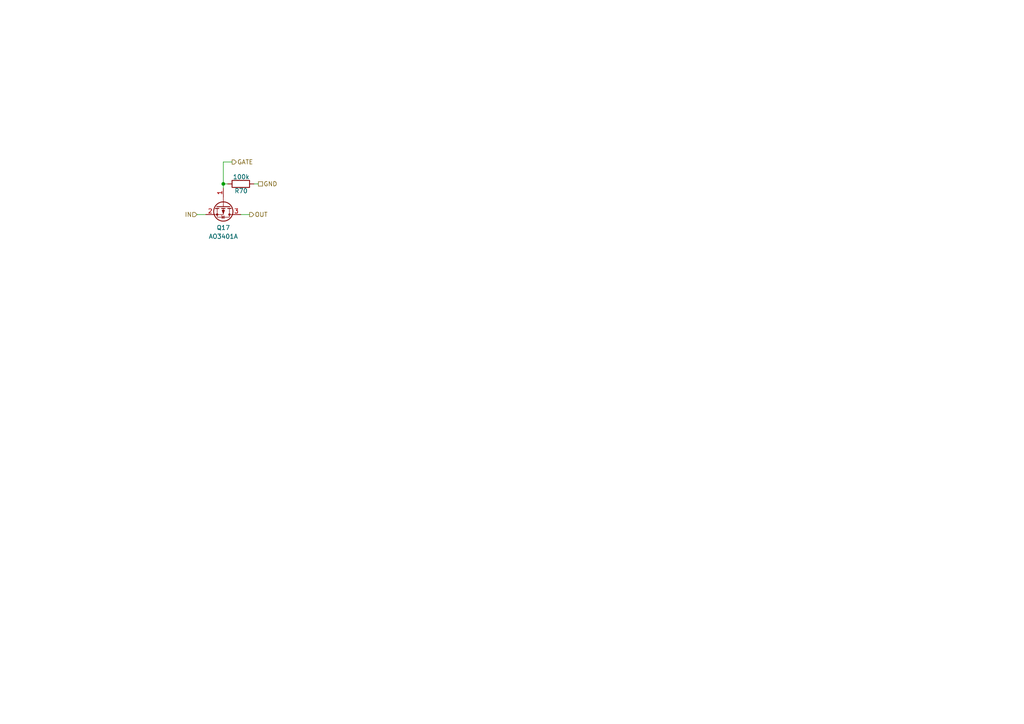
<source format=kicad_sch>
(kicad_sch (version 20250114) (generator "eeschema") (generator_version "9.0")
  (paper "A4")
  (lib_symbols
    (symbol "Device:R" (pin_numbers (hide yes)) (pin_names (offset 0))
      (property "Reference" "R" (at 2.032 0 90))
      (property "Value" "R" (at 0 0 90))
      (symbol "R_0_1"
        (rectangle (start -1.016 -2.54) (end 1.016 2.54) (stroke (width 0.254)))
      )
      (symbol "R_1_1"
        (pin passive line (at 0 3.81 270) (length 1.27) (name "~") (number "1"))
        (pin passive line (at 0 -3.81 90) (length 1.27) (name "~") (number "2"))
      )
    )
    (symbol "Transistor_FET:AO3401A" (pin_names (hide yes))
      (property "Reference" "Q" (at 5.08 1.905 0))
      (property "Value" "AO3401A" (at 5.08 0 0))
      (symbol "AO3401A_0_1"
        (polyline (pts (xy 0.254 1.905) (xy 0.254 -1.905)) (stroke (width 0.254)))
        (polyline (pts (xy 0.254 0) (xy -2.54 0)))
        (polyline (pts (xy 0.762 2.286) (xy 0.762 1.27)) (stroke (width 0.254)))
        (polyline (pts (xy 0.762 1.778) (xy 3.302 1.778) (xy 3.302 -1.778) (xy 0.762 -1.778)))
        (polyline (pts (xy 0.762 0.508) (xy 0.762 -0.508)) (stroke (width 0.254)))
        (polyline (pts (xy 0.762 -1.27) (xy 0.762 -2.286)) (stroke (width 0.254)))
        (circle (center 1.651 0) (radius 2.794) (stroke (width 0.254)))
        (polyline (pts (xy 2.286 0) (xy 1.27 0.381) (xy 1.27 -0.381) (xy 2.286 0)) (fill (type outline)))
        (polyline (pts (xy 2.54 2.54) (xy 2.54 1.778)))
        (circle (center 2.54 1.778) (radius 0.254) (fill (type outline)))
        (circle (center 2.54 -1.778) (radius 0.254) (fill (type outline)))
        (polyline (pts (xy 2.54 -2.54) (xy 2.54 0) (xy 0.762 0)))
        (polyline (pts (xy 2.794 -0.508) (xy 2.921 -0.381) (xy 3.683 -0.381) (xy 3.81 -0.254)))
        (polyline (pts (xy 3.302 -0.381) (xy 2.921 0.254) (xy 3.683 0.254) (xy 3.302 -0.381)))
      )
      (symbol "AO3401A_1_1"
        (pin input line (at -5.08 0 0) (length 2.54) (name "G") (number "1"))
        (pin passive line (at 2.54 5.08 270) (length 2.54) (name "D") (number "3"))
        (pin passive line (at 2.54 -5.08 90) (length 2.54) (name "S") (number "2"))
      )
    )
  )
  (junction (at 64.77 53.34))
  (wire (pts (xy 64.77 53.34) (xy 64.77 54.61)))
  (wire (pts (xy 64.77 46.99) (xy 64.77 53.34)))
  (wire (pts (xy 69.85 62.23) (xy 72.39 62.23)))
  (wire (pts (xy 73.66 53.34) (xy 74.93 53.34)))
  (wire (pts (xy 64.77 46.99) (xy 67.31 46.99)))
  (wire (pts (xy 57.15 62.23) (xy 59.69 62.23)))
  (wire (pts (xy 66.04 53.34) (xy 64.77 53.34)))
  (hierarchical_label "IN" (shape input) (at 57.15 62.23 180))
  (hierarchical_label "GATE" (shape output) (at 67.31 46.99 0))
  (hierarchical_label "GND" (shape passive) (at 74.93 53.34 0))
  (hierarchical_label "OUT" (shape output) (at 72.39 62.23 0))
  (symbol (lib_id "Device:R") (at 69.85 53.34 90) (unit 1)
    (property "Reference" "R63" (at 71.882 55.372 90) (effects (justify left)))
    (property "Value" "100k" (at 72.39 51.308 90) (effects (justify left)))
    (property "Footprint" "Resistor_SMD:R_0603_1608Metric" (effects (hide yes)))
    (property "Description" "Resistor" (effects (hide yes)))
    (instances (project "batak" (path "" (reference "R70") (unit 1)) (path "" (reference "R63") (unit 1))))
  )
  (symbol (lib_id "Transistor_FET:AO3401A") (at 64.77 59.69 270) (unit 1)
    (property "Reference" "Q14" (at 64.77 66.04 90))
    (property "Value" "AO3401A" (at 64.77 68.58 90))
    (property "Footprint" "Package_TO_SOT_SMD:SOT-23" (effects (hide yes)))
    (property "Datasheet" "http://www.aosmd.com/pdfs/datasheet/AO3401A.pdf" (effects (hide yes)))
    (property "Description" "-4.0A Id, -30V Vds, P-Channel MOSFET, SOT-23" (effects (hide yes)))
    (instances (project "batak" (path "" (reference "Q17") (unit 1)) (path "" (reference "Q14") (unit 1))))
  )
)
</source>
